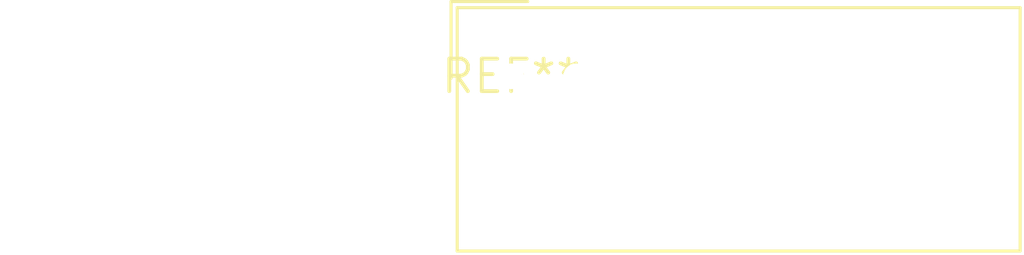
<source format=kicad_pcb>
(kicad_pcb (version 20240108) (generator pcbnew)
  (layers (0 "F.Cu" signal) (31 "B.Cu" signal) (34 "B.Paste" user) (35 "F.Paste" user) (36 "B.SilkS" user "B.Silkscreen") (37 "F.SilkS" user "F.Silkscreen") (38 "B.Mask" user) (39 "F.Mask" user) (44 "Edge.Cuts" user))
  (net 0 "")
  (footprint "Converter_DCDC_TRACO_TMR4-xxxxWI_THT" (layer "F.Cu") (at 0 0)
    (property "Reference" "REF**")
    (property "Value" "Converter_DCDC_TRACO_TMR4-xxxxWI_THT")
    (fp_line (start -2.35 -2.925) (end 0.65 -2.925) (layer "F.SilkS") (stroke (width 0.12)))
    (fp_line (start -2.35 0.075) (end -2.35 -2.925) (layer "F.SilkS") (stroke (width 0.12)))
    (fp_line (start -2.11 -2.685) (end -2.11 6.835) (layer "F.SilkS") (stroke (width 0.12)))
    (fp_line (start -2.11 -2.685) (end 19.91 -2.685) (layer "F.SilkS") (stroke (width 0.12)))
    (fp_line (start -2.11 6.835) (end 19.91 6.835) (layer "F.SilkS") (stroke (width 0.12)))
    (fp_line (start 19.91 -2.685) (end 19.91 6.835) (layer "F.SilkS") (stroke (width 0.12)))
    (pad "1" thru_hole rect (at 0 0) (size 1.5 1.5) (drill 1) (layers *.Cu *.Mask) (remove_unused_layers))
    (pad "2" thru_hole circle (at 2.54 0) (size 1.5 1.5) (drill 1) (layers *.Cu *.Mask) (remove_unused_layers))
    (pad "3" thru_hole circle (at 5.08 0) (size 1.5 1.5) (drill 1) (layers *.Cu *.Mask) (remove_unused_layers))
    (pad "5" thru_hole circle (at 10.16 0) (size 1.5 1.5) (drill 1) (layers *.Cu *.Mask) (remove_unused_layers))
    (pad "6" thru_hole circle (at 12.7 0) (size 1.5 1.5) (drill 1) (layers *.Cu *.Mask) (remove_unused_layers))
    (pad "7" thru_hole circle (at 15.24 0) (size 1.5 1.5) (drill 1) (layers *.Cu *.Mask) (remove_unused_layers))
    (pad "8" thru_hole circle (at 17.78 0) (size 1.5 1.5) (drill 1) (layers *.Cu *.Mask) (remove_unused_layers))
  )
)
</source>
